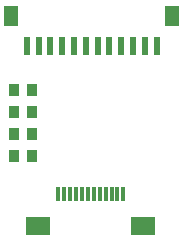
<source format=gtp>
G04*
G04 #@! TF.GenerationSoftware,Altium Limited,Altium Designer,22.8.2 (66)*
G04*
G04 Layer_Color=8421504*
%FSLAX44Y44*%
%MOMM*%
G71*
G04*
G04 #@! TF.SameCoordinates,461F48FB-66DF-4060-B8FC-CAE3B283AE13*
G04*
G04*
G04 #@! TF.FilePolarity,Positive*
G04*
G01*
G75*
%ADD13R,0.9300X0.9800*%
%ADD14R,2.0000X1.6000*%
%ADD15R,0.3000X1.3000*%
%ADD16R,1.2000X1.8000*%
%ADD17R,0.6000X1.5500*%
D13*
X33274Y144949D02*
D03*
X17874D02*
D03*
X33274Y126323D02*
D03*
X17874D02*
D03*
X33274Y163576D02*
D03*
X17874D02*
D03*
X33274Y107696D02*
D03*
X17874D02*
D03*
D14*
X38557Y48830D02*
D03*
X127559Y48825D02*
D03*
D15*
X110559Y75635D02*
D03*
X105555D02*
D03*
X100551D02*
D03*
X95547D02*
D03*
X90556D02*
D03*
X85565D02*
D03*
X80561D02*
D03*
X75557D02*
D03*
X70554D02*
D03*
X65550D02*
D03*
X60546D02*
D03*
X55555D02*
D03*
D16*
X15820Y226239D02*
D03*
X151820D02*
D03*
D17*
X98820Y200989D02*
D03*
X138820D02*
D03*
X128820D02*
D03*
X118820D02*
D03*
X108820D02*
D03*
X88820D02*
D03*
X78820D02*
D03*
X68820D02*
D03*
X58820D02*
D03*
X48820D02*
D03*
X38820D02*
D03*
X28820D02*
D03*
M02*

</source>
